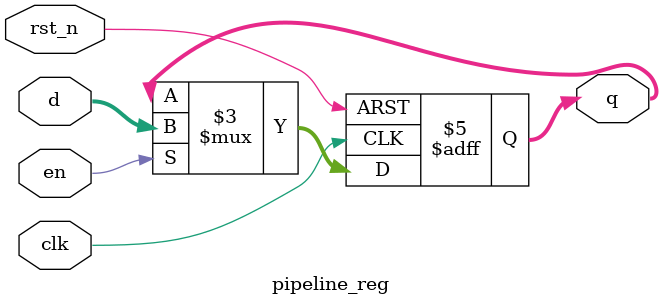
<source format=sv>
/* Keccak Core
	Module: top_module
	Date: 6/1/2021
	Author: Tran Cong Tien
	ID: 1810580
*/

module pipeline_reg(clk, rst_n, en, d, q);
parameter n = 1600;
	input	clk;
	input	rst_n;
	input	[n-1:0] d;
	input	en;			//this is finish signal
	output logic [n-1:0] q;

always_ff @(negedge clk or negedge rst_n)
begin
	if (!rst_n) 
		q <= 0;
	else
		if (en) q <= d;
end
endmodule

</source>
